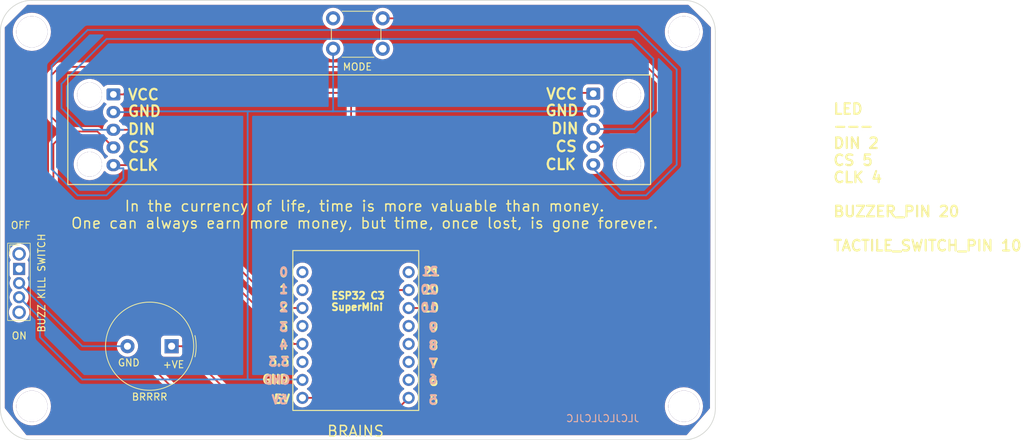
<source format=kicad_pcb>
(kicad_pcb (version 20221018) (generator pcbnew)
  (layers (0 "F.Cu" signal) (31 "B.Cu" signal) (34 "B.Paste" user) (35 "F.Paste" user) (36 "B.SilkS" user "B.Silkscreen") (37 "F.SilkS" user "F.Silkscreen") (38 "B.Mask" user) (39 "F.Mask" user) (44 "Edge.Cuts" user))
  (net 0 "")
  (footprint "Button_Switch_THT:SW_PUSH_6mm_H4.3mm" (layer "F.Cu") (at 70.485 35.56)
    (fp_text reference "MODE" (at 3.429 6.858) (layer "F.SilkS"))
    (fp_text value "SW_PUSH_6mm_H4.3mm")
    (fp_line (start -0.25 1.5) (end -0.25 3) (stroke (width 0.12)) (layer "F.SilkS"))
    (fp_line (start 1.27 5.5) (end 5.77 5.5) (stroke (width 0.12)) (layer "F.SilkS"))
    (fp_line (start 5.77 -1) (end 1.27 -1) (stroke (width 0.12)) (layer "F.SilkS"))
    (fp_line (start 6.75 3) (end 6.75 1.5) (stroke (width 0.12)) (layer "F.SilkS"))
    (pad "1" thru_hole circle (at 0 0 90) (size 2 2) (drill 1.1) (layers "*.Cu" "*.Mask"))
    (pad "1" thru_hole circle (at 7 0 90) (size 2 2) (drill 1.1) (layers "*.Cu" "*.Mask"))
    (pad "2" thru_hole circle (at 0 4.3 90) (size 2 2) (drill 1.1) (layers "*.Cu" "*.Mask"))
    (pad "2" thru_hole circle (at 7 4.3 90) (size 2 2) (drill 1.1) (layers "*.Cu" "*.Mask"))
  )
  (footprint "Connector_PinHeader_1.00mm:PinHeader_1x01_P1.00mm_Vertical" (layer "F.Cu") (at 112.202 46.372 180)
    (fp_text reference "REF**" hide)
    (fp_text value "M2.5" hide)
    (pad "1" thru_hole circle (at 0 0 180) (size 3.5 3.5) (drill 3.5) (layers "*.Cu" "*.Mask"))
  )
  (footprint "Buzzer_Beeper:Buzzer_TDK_PS1240P02BT_D12.2mm_H6.5mm_1" (layer "F.Cu") (at 47.074785 81.915 180)
    (fp_text reference "BRRRR" (at 2.5 -7.17) (layer "F.SilkS"))
    (fp_text value "Buzzer")
    (fp_arc (start -3.9 1.499999) (mid -4.073431 0) (end -3.9 -1.5) (stroke (width 0.12)) (layer "F.SilkS"))
    (fp_circle (center 2.5 0) (end 8.73 0) (stroke (width 0.12)) (fill none) (layer "F.SilkS"))
    (pad "1" thru_hole rect (at -0.6008 0 180) (size 2 2) (drill 1) (layers "*.Cu" "*.Mask"))
    (pad "2" thru_hole circle (at 5.63 0 180) (size 2 2) (drill 1) (layers "*.Cu" "*.Mask"))
  )
  (footprint "Connector_PinHeader_1.00mm:PinHeader_1x01_P1.00mm_Vertical" (layer "F.Cu") (at 27.94 92.71 180)
    (fp_text reference "REF**" hide)
    (fp_text value "M2.5" hide)
    (pad "1" thru_hole circle (at 0 2.3 180) (size 4.4 4.4) (drill 4.4) (layers "*.Cu" "*.Mask"))
  )
  (footprint "Connector_PinHeader_2.54mm:PinHeader_1x03_P2.54mm_Vertical" (layer "F.Cu") (at 26.143 70.453)
    (fp_text reference "BUZZ KILL SWITCH" (at 3.175 2.525 90) (layer "F.SilkS"))
    (fp_text value "Switch" hide)
    (fp_line (start -1.3208 -2.8448) (end 0.0092 -2.8448) (stroke (width 0.12)) (layer "F.SilkS"))
    (fp_line (start -1.3208 -1.5148) (end -1.3208 -2.8448) (stroke (width 0.12)) (layer "F.SilkS"))
    (fp_rect (start -1.6256 -3.0988) (end 1.5748 7.8232) (stroke (width 0.1)) (fill none) (layer "F.SilkS"))
    (pad " " thru_hole oval (at 0 -1.59) (size 1.9 1.9) (drill 1.2) (layers "*.Cu" "*.Mask"))
    (pad " " thru_hole oval (at 0 6.67) (size 1.9 1.9) (drill 1.2) (layers "*.Cu" "*.Mask"))
    (pad "1" thru_hole rect (at 0 0.54) (size 1.7 1.7) (drill 1) (layers "*.Cu" "*.Mask"))
    (pad "2" thru_hole oval (at 0 2.54) (size 1.7 1.7) (drill 1) (layers "*.Cu" "*.Mask"))
    (pad "3" thru_hole oval (at 0 4.54) (size 1.7 1.7) (drill 1) (layers "*.Cu" "*.Mask"))
  )
  (footprint "Connector_PinHeader_2.54mm:PinHeader_1x08_P2.54mm_Vertical" (layer "F.Cu") (at 81.153 89.217 180)
    (fp_text reference "REF**" hide)
    (fp_text value "ESP32 C3" hide)
    (pad "1" thru_hole circle (at 0 0 180) (size 1.7 1.7) (drill 1) (layers "*.Cu" "*.Mask"))
    (pad "2" thru_hole oval (at 0 2.54 180) (size 1.7 1.7) (drill 1) (layers "*.Cu" "*.Mask"))
    (pad "3" thru_hole oval (at 0 5.08 180) (size 1.7 1.7) (drill 1) (layers "*.Cu" "*.Mask"))
    (pad "4" thru_hole oval (at 0 7.62 180) (size 1.7 1.7) (drill 1) (layers "*.Cu" "*.Mask"))
    (pad "5" thru_hole oval (at 0 10.16 180) (size 1.7 1.7) (drill 1) (layers "*.Cu" "*.Mask"))
    (pad "6" thru_hole oval (at 0 12.7 180) (size 1.7 1.7) (drill 1) (layers "*.Cu" "*.Mask"))
    (pad "7" thru_hole oval (at 0 15.24 180) (size 1.7 1.7) (drill 1) (layers "*.Cu" "*.Mask"))
    (pad "8" thru_hole oval (at 0 17.78 180) (size 1.7 1.7) (drill 1) (layers "*.Cu" "*.Mask"))
  )
  (footprint "Connector_PinHeader_1.00mm:PinHeader_1x01_P1.00mm_Vertical" (layer "F.Cu") (at 120.015 92.71 180)
    (fp_text reference "REF**" hide)
    (fp_text value "M2.5" hide)
    (pad "1" thru_hole circle (at 0 2.3 180) (size 4.4 4.4) (drill 4.4) (layers "*.Cu" "*.Mask"))
  )
  (footprint "Connector_PinHeader_1.00mm:PinHeader_1x01_P1.00mm_Vertical" (layer "F.Cu") (at 120.015 37.465 180)
    (fp_text reference "REF**" hide)
    (fp_text value "M2.5" hide)
    (pad "1" thru_hole circle (at 0 0 180) (size 4.4 4.4) (drill 4.4) (layers "*.Cu" "*.Mask"))
  )
  (footprint "Connector_PinHeader_2.54mm:PinHeader_1x08_P2.54mm_Vertical" (layer "F.Cu") (at 66.153 89.217 180)
    (fp_text reference "REF**" hide)
    (fp_text value "ESP32 C3" hide)
    (pad "1" thru_hole circle (at 0 0 180) (size 1.7 1.7) (drill 1) (layers "*.Cu" "*.Mask"))
    (pad "2" thru_hole oval (at 0 2.54 180) (size 1.7 1.7) (drill 1) (layers "*.Cu" "*.Mask"))
    (pad "3" thru_hole oval (at 0 5.08 180) (size 1.7 1.7) (drill 1) (layers "*.Cu" "*.Mask"))
    (pad "4" thru_hole oval (at 0 7.62 180) (size 1.7 1.7) (drill 1) (layers "*.Cu" "*.Mask"))
    (pad "5" thru_hole oval (at 0 10.16 180) (size 1.7 1.7) (drill 1) (layers "*.Cu" "*.Mask"))
    (pad "6" thru_hole oval (at 0 12.7 180) (size 1.7 1.7) (drill 1) (layers "*.Cu" "*.Mask"))
    (pad "7" thru_hole oval (at 0 15.24 180) (size 1.7 1.7) (drill 1) (layers "*.Cu" "*.Mask"))
    (pad "8" thru_hole oval (at 0 17.78 180) (size 1.7 1.7) (drill 1) (layers "*.Cu" "*.Mask"))
  )
  (footprint "" (layer "F.Cu") (at 36.092 56.192)
    (fp_text reference "" (at 0 0) (layer "F.SilkS") (effects (font (size 1.27 1.27))))
    (fp_text value "" (at 0 0) (layer "F.SilkS") (effects (font (size 1.27 1.27))))
    (pad "1" thru_hole circle (at 0 0 180) (size 3.5 3.5) (drill 3.5) (layers "*.Cu" "*.Mask"))
  )
  (footprint "" (layer "F.Cu") (at 112.202 56.192)
    (fp_text reference "" (at 0 0) (layer "F.SilkS") (effects (font (size 1.27 1.27))))
    (fp_text value "" (at 0 0) (layer "F.SilkS") (effects (font (size 1.27 1.27))))
    (pad "1" thru_hole circle (at 0 0 180) (size 3.5 3.5) (drill 3.5) (layers "*.Cu" "*.Mask"))
  )
  (footprint "Connector_PinHeader_1.00mm:PinHeader_1x01_P1.00mm_Vertical" (layer "F.Cu") (at 36.092 46.372 180)
    (fp_text reference "REF**" hide)
    (fp_text value "M2.5" hide)
    (pad "1" thru_hole circle (at 0 0 180) (size 3.5 3.5) (drill 3.5) (layers "*.Cu" "*.Mask"))
  )
  (footprint "Connector_PinHeader_1.00mm:PinHeader_1x01_P1.00mm_Vertical" (layer "F.Cu") (at 27.94 37.465 180)
    (fp_text reference "REF**" hide)
    (fp_text value "M2.5" hide)
    (pad "1" thru_hole circle (at 0 0 180) (size 4.4 4.4) (drill 4.4) (layers "*.Cu" "*.Mask"))
  )
  (footprint "Connector_JST:JST_XH_B5B-XH-A_1x05_P2.50mm_Vertical" (layer "B.Cu") (at 107.22 46.215 -90)
    (fp_text reference "JST_XH_B5B-XH-A_1x05" hide)
    (fp_text value "JST XH B5B-XH-A" hide)
    (pad "1" thru_hole roundrect (at 0 0 270) (size 1.7 1.95) (drill 0.95) (layers "*.Cu" "*.Mask") (roundrect_rratio 0.1470588235))
    (pad "2" thru_hole oval (at 2.5 0 270) (size 1.7 1.95) (drill 0.95) (layers "*.Cu" "*.Mask"))
    (pad "3" thru_hole oval (at 5 0 270) (size 1.7 1.95) (drill 0.95) (layers "*.Cu" "*.Mask"))
    (pad "4" thru_hole oval (at 7.5 0 270) (size 1.7 1.95) (drill 0.95) (layers "*.Cu" "*.Mask"))
    (pad "5" thru_hole oval (at 10 0 270) (size 1.7 1.95) (drill 0.95) (layers "*.Cu" "*.Mask"))
  )
  (footprint "Connector_JST:JST_XH_B5B-XH-A_1x05_P2.50mm_Vertical" (layer "B.Cu") (at 39.455 46.315 -90)
    (fp_text reference "JST_XH_B5B-XH-A_1x05" hide)
    (fp_text value "JST XH B5B-XH-A" hide)
    (pad "1" thru_hole roundrect (at 0 0 270) (size 1.7 1.95) (drill 0.95) (layers "*.Cu" "*.Mask") (roundrect_rratio 0.1470588235))
    (pad "2" thru_hole oval (at 2.5 0 270) (size 1.7 1.95) (drill 0.95) (layers "*.Cu" "*.Mask"))
    (pad "3" thru_hole oval (at 5 0 270) (size 1.7 1.95) (drill 0.95) (layers "*.Cu" "*.Mask"))
    (pad "4" thru_hole oval (at 7.5 0 270) (size 1.7 1.95) (drill 0.95) (layers "*.Cu" "*.Mask"))
    (pad "5" thru_hole oval (at 10 0 270) (size 1.7 1.95) (drill 0.95) (layers "*.Cu" "*.Mask"))
  )
  (gr_poly (pts (xy 105.006455 71.021047) (xy 104.26033 74.012426) (xy 105.008373 74.184604) (xy 105.380336 74.272652) (xy 105.748875 74.362735) (xy 106.489709 71.390935) (xy 108.347615 71.853956) (xy 107.586671 74.907247) (xy 108.019211 75.063635) (xy 108.434784 75.23041) (xy 108.831318 75.408506) (xy 109.20674 75.59886) (xy 109.55898 75.802406) (xy 109.885964 76.020082) (xy 110.039338 76.13451) (xy 110.185621 76.252821) (xy 110.324555 76.375132) (xy 110.45588 76.50156) (xy 110.579337 76.632222) (xy 110.694667 76.767235) (xy 110.801612 76.906715) (xy 110.899911 77.050781) (xy 110.989307 77.199547) (xy 111.069541 77.353133) (xy 111.140352 77.511654) (xy 111.201483 77.675227) (xy 111.252675 77.84397) (xy 111.293667 78.018) (xy 111.324202 78.197432) (xy 111.34402 78.382385) (xy 111.352863 78.572975) (xy 111.35047 78.76932) (xy 111.336584 78.971535) (xy 111.310946 79.179739) (xy 111.313591 79.179209) (xy 111.288769 79.331359) (xy 111.260085 79.478583) (xy 111.227609 79.620944) (xy 111.191409 79.758502) (xy 111.151552 79.891317) (xy 111.108105 80.019451) (xy 111.061138 80.142964) (xy 111.010718 80.261917) (xy 110.956913 80.376372) (xy 110.899791 80.486388) (xy 110.839419 80.592027) (xy 110.775867 80.693349) (xy 110.7092 80.790416) (xy 110.639489 80.883289) (xy 110.5668 80.972027) (xy 110.491201 81.056693) (xy 110.41276 81.137346) (xy 110.331546 81.214048) (xy 110.247626 81.28686) (xy 110.161068 81.355841) (xy 110.07194 81.421055) (xy 109.98031 81.48256) (xy 109.886246 81.540418) (xy 109.789815 81.59469) (xy 109.590127 81.692719) (xy 109.38179 81.777133) (xy 109.165345 81.848419) (xy 108.941338 81.907064) (xy 109.244079 82.075334) (xy 109.526407 82.255208) (xy 109.787095 82.447437) (xy 110.024915 82.652775) (xy 110.23864 82.871972) (xy 110.336084 82.987003) (xy 110.427043 83.105781) (xy 110.511366 83.228399) (xy 110.588898 83.354953) (xy 110.659486 83.485535) (xy 110.722977 83.62024) (xy 110.779217 83.759162) (xy 110.828053 83.902395) (xy 110.869331 84.050032) (xy 110.902899 84.202168) (xy 110.928602 84.358897) (xy 110.946288 84.520313) (xy 110.955803 84.686509) (xy 110.956993 84.857581) (xy 110.949705 85.03362) (xy 110.933787 85.214723) (xy 110.909083 85.400982) (xy 110.875442 85.592492) (xy 110.83271 85.789346) (xy 110.780732 85.991639) (xy 110.719357 86.199465) (xy 110.64843 86.412917) (xy 110.550397 86.67392) (xy 110.44439 86.919876) (xy 110.330516 87.151112) (xy 110.208886 87.367955) (xy 110.079607 87.57073) (xy 109.942788 87.759764) (xy 109.798539 87.935384) (xy 109.646967 88.097915) (xy 109.488182 88.247684) (xy 109.322291 88.385018) (xy 109.149405 88.510242) (xy 108.969632 88.623683) (xy 108.783079 88.725668) (xy 108.589857 88.816522) (xy 108.390074 88.896572) (xy 108.183838 88.966145) (xy 107.752443 89.075162) (xy 107.296543 89.146185) (xy 106.817007 89.181825) (xy 106.314705 89.184691) (xy 105.790507 89.157394) (xy 105.245282 89.102546) (xy 104.6799 89.022756) (xy 104.095231 88.920636) (xy 103.326352 92.001975) (xy 101.468448 91.538955) (xy 102.219862 88.495719) (xy 101.488157 88.310377) (xy 101.115706 88.212795) (xy 100.738195 88.111543) (xy 99.976725 91.165893) (xy 98.120938 90.702872) (xy 98.889816 87.615714) (xy 98.234907 87.44539) (xy 97.5669 87.273873) (xy 95.149137 86.671151) (xy 95.492461 85.879518) (xy 101.349387 85.879518) (xy 101.933131 86.031376) (xy 102.693429 86.218482) (xy 103.118048 86.308797) (xy 103.560721 86.388175) (xy 104.012754 86.450036) (xy 104.46545 86.487795) (xy 104.910117 86.494871) (xy 105.126721 86.484846) (xy 105.338057 86.464682) (xy 105.543039 86.433555) (xy 105.740578 86.390643) (xy 105.929589 86.335124) (xy 106.108984 86.266174) (xy 106.277676 86.18297) (xy 106.43458 86.084691) (xy 106.578607 85.970512) (xy 106.708671 85.839612) (xy 106.823685 85.691166) (xy 106.922563 85.524354) (xy 107.004217 85.338351) (xy 107.067561 85.132335) (xy 107.110454 84.911942) (xy 107.127526 84.701731) (xy 107.120134 84.501432) (xy 107.089636 84.310773) (xy 107.03739 84.129487) (xy 106.964754 83.957301) (xy 106.873086 83.793945) (xy 106.763744 83.63915) (xy 106.638087 83.492646) (xy 106.497471 83.354161) (xy 106.343254 83.223426) (xy 106.176796 83.10017) (xy 105.999454 82.984124) (xy 105.812585 82.875017) (xy 105.415701 82.676538) (xy 104.997007 82.502573) (xy 104.567367 82.350959) (xy 104.137645 82.219535) (xy 103.718705 82.106138) (xy 102.368032 81.789588) (xy 101.349387 85.879518) (xy 95.492461 85.879518) (xy 96.071475 84.544431) (xy 96.753637 84.723091) (xy 97.218716 84.840226) (xy 97.369198 84.874774) (xy 97.409793 84.882172) (xy 97.421907 84.88151) (xy 97.454213 84.890977) (xy 97.486805 84.898794) (xy 97.519624 84.904966) (xy 97.552608 84.909499) (xy 97.585699 84.912398) (xy 97.618834 84.913667) (xy 97.651954 84.913312) (xy 97.684998 84.911338) (xy 97.717906 84.90775) (xy 97.750618 84.902553) (xy 97.783072 84.895752) (xy 97.81521 84.887352) (xy 97.846969 84.877359) (xy 97.878291 84.865777) (xy 97.909113 84.852612) (xy 97.939377 84.837868) (xy 97.96887 84.821638) (xy 97.997396 84.804041) (xy 98.024915 84.785124) (xy 98.051389 84.764933) (xy 98.076778 84.743515) (xy 98.101044 84.720915) (xy 98.124148 84.697182) (xy 98.14605 84.67236) (xy 98.166711 84.646496) (xy 98.186094 84.619637) (xy 98.204157 84.59183) (xy 98.220864 84.56312) (xy 98.236174 84.533554) (xy 98.250049 84.503179) (xy 98.26245 84.472041) (xy 98.273337 84.440186) (xy 99.404033 79.917398) (xy 102.836343 79.917398) (xy 103.322482 80.0454) (xy 103.95606 80.202337) (xy 104.310218 80.277118) (xy 104.679729 80.341688) (xy 105.057426 80.39023) (xy 105.436139 80.416931) (xy 105.623637 80.420273) (xy 105.808702 80.415974) (xy 105.990436 80.403307) (xy 106.167944 80.381545) (xy 106.340329 80.349961) (xy 106.506697 80.307828) (xy 106.66615 80.25442) (xy 106.817793 80.189009) (xy 106.96073 80.110868) (xy 107.094064 80.019271) (xy 107.216899 79.913491) (xy 107.32834 79.792801) (xy 107.42749 79.656474) (xy 107.513453 79.503783) (xy 107.585334 79.334001) (xy 107.642235 79.146402) (xy 107.682173 78.946107) (xy 107.700255 78.75551) (xy 107.697628 78.574342) (xy 107.675437 78.402332) (xy 107.634828 78.23921) (xy 107.576945 78.084707) (xy 107.502934 77.938552) (xy 107.413941 77.800474) (xy 107.311111 77.670205) (xy 107.195589 77.547474) (xy 107.06852 77.432011) (xy 106.931051 77.323545) (xy 106.784326 77.221808) (xy 106.62949 77.126528) (xy 106.30007 76.954262) (xy 105.951953 76.804588) (xy 105.594303 76.675343) (xy 105.236282 76.564369) (xy 104.887054 76.469505) (xy 103.761326 76.207939) (xy 102.836343 79.917398) (xy 99.404033 79.917398) (xy 99.49042 79.571852) (xy 99.68674 79.620535) (xy 99.663061 79.611408) (xy 99.639239 79.602674) (xy 99.61528 79.594335) (xy 99.591188 79.586393) (xy 99.566969 79.578849) (xy 99.542627 79.571705) (xy 99.518167 79.564962) (xy 99.493595 79.558622) (xy 100.360369 76.081469) (xy 100.364155 76.031402) (xy 100.365422 75.981727) (xy 100.364223 75.932508) (xy 100.36061 75.883812) (xy 100.354637 75.835705) (xy 100.346357 75.788253) (xy 100.335823 75.741522) (xy 100.323087 75.695578) (xy 100.308202 75.650488) (xy 100.291222 75.606317) (xy 100.2722 75.563131) (xy 100.251187 75.520997) (xy 100.228238 75.479981) (xy 100.203406 75.440148) (xy 100.176742 75.401565) (xy 100.148301 75.364298) (xy 100.118135 75.328413) (xy 100.086296 75.293976) (xy 100.052839 75.261053) (xy 100.017816 75.22971) (xy 99.981279 75.200014) (xy 99.943283 75.17203) (xy 99.903879 75.145824) (xy 99.86312 75.121463) (xy 99.821061 75.099013) (xy 99.777753 75.07854) (xy 99.733249 75.060109) (xy 99.687604 75.043787) (xy 99.640868 75.02964) (xy 99.593096 75.017734) (xy 99.54434 75.008136) (xy 99.494654 75.00091) (xy 99.48386 74.994178) (xy 99.444269 74.981329) (xy 99.294976 74.940899) (xy 98.829889 74.826417) (xy 98.145279 74.665418) (xy 98.639521 72.681043) (xy 101.201746 73.320806) (xy 101.201746 73.33033) (xy 101.492788 73.401363) (xy 101.787798 73.471155) (xy 102.388138 73.609202) (xy 103.149609 70.558026)) (fill solid) (layer "F.Cu"))
  (gr_rect (start 64.797 68.389) (end 82.577 90.995) (stroke (width 0.15)) (fill none) (layer "F.SilkS"))
  (gr_rect (start 33.02 43.561) (end 115.316 59.055) (stroke (width 0.15)) (fill none) (layer "F.SilkS"))
  (gr_line (start 23.495 37.465) (end 23.495 90.71) (stroke (width 0.1)) (layer "Edge.Cuts"))
  (gr_line (start 27.94 95.155) (end 120.015 95.155) (stroke (width 0.1)) (layer "Edge.Cuts"))
  (gr_arc (start 27.94 95.155) (mid 24.79691 93.85309) (end 23.495 90.71) (stroke (width 0.1)) (layer "Edge.Cuts"))
  (gr_line (start 120.015 33.02) (end 27.94 33.02) (stroke (width 0.1)) (layer "Edge.Cuts"))
  (gr_arc (start 124.46 90.71) (mid 123.15809 93.85309) (end 120.015 95.155) (stroke (width 0.1)) (layer "Edge.Cuts"))
  (gr_line (start 124.46 90.71) (end 124.46 37.465) (stroke (width 0.1)) (layer "Edge.Cuts"))
  (gr_arc (start 120.015 33.02) (mid 123.15809 34.32191) (end 124.46 37.465) (stroke (width 0.1)) (layer "Edge.Cuts"))
  (gr_arc (start 23.495 37.465) (mid 24.79691 34.32191) (end 27.94 33.02) (stroke (width 0.1)) (layer "Edge.Cuts"))
  (gr_text "0" (at 62.738 70.602 180) (layer "B.SilkS") (effects (font (size 1.2 1.2) (thickness 0.3) bold) (justify left bottom mirror)))
  (gr_text "1" (at 64.262 74.612) (layer "B.SilkS") (effects (font (size 1.2 1.2) (thickness 0.3) bold) (justify left bottom mirror)))
  (gr_text "JLCJLCJLCJLC" (at 113.792 92.71) (layer "B.SilkS") (effects (font (size 1 1)) (justify left bottom mirror)))
  (gr_text "21" (at 85.497 72.045) (layer "B.SilkS") (effects (font (size 1.2 1.2) (thickness 0.3) bold) (justify left bottom mirror)))
  (gr_text "5V" (at 64.215142 90.179) (layer "B.SilkS") (effects (font (size 1.2 1.2) (thickness 0.3) bold) (justify left bottom mirror)))
  (gr_text "7" (at 85.344 85.026) (layer "B.SilkS") (effects (font (size 1.2 1.2) (thickness 0.3) bold) (justify left bottom mirror)))
  (gr_text "4" (at 64.262 82.486) (layer "B.SilkS") (effects (font (size 1.2 1.2) (thickness 0.3) bold) (justify left bottom mirror)))
  (gr_text "10" (at 85.344 77.152) (layer "B.SilkS") (effects (font (size 1.2 1.2) (thickness 0.3) bold) (justify left bottom mirror)))
  (gr_text "20\n" (at 85.344 74.612) (layer "B.SilkS") (effects (font (size 1.2 1.2) (thickness 0.3) bold) (justify left bottom mirror)))
  (gr_text "6" (at 85.344 87.312) (layer "B.SilkS") (effects (font (size 1.2 1.2) (thickness 0.3) bold) (justify left bottom mirror)))
  (gr_text "3.3" (at 64.469142 84.845) (layer "B.SilkS") (effects (font (size 1.2 1.2) (thickness 0.3) bold) (justify left bottom mirror)))
  (gr_text "3" (at 64.262 79.946) (layer "B.SilkS") (effects (font (size 1.2 1.2) (thickness 0.3) bold) (justify left bottom mirror)))
  (gr_text "2" (at 64.262 77.152) (layer "B.SilkS") (effects (font (size 1.2 1.2) (thickness 0.3) bold) (justify left bottom mirror)))
  (gr_text "8" (at 85.344 82.486) (layer "B.SilkS") (effects (font (size 1.2 1.2) (thickness 0.3) bold) (justify left bottom mirror)))
  (gr_text "5" (at 85.344 90.206) (layer "B.SilkS") (effects (font (size 1.2 1.2) (thickness 0.3) bold) (justify left bottom mirror)))
  (gr_text "GND" (at 64.596142 87.385) (layer "B.SilkS") (effects (font (size 1.2 1.2) (thickness 0.3) bold) (justify left bottom mirror)))
  (gr_text "9" (at 85.344 79.946) (layer "B.SilkS") (effects (font (size 1.2 1.2) (thickness 0.3) bold) (justify left bottom mirror)))
  (gr_text "4" (at 62.738 82.413) (layer "F.SilkS") (effects (font (size 1.2 1.2) (thickness 0.3) bold) (justify left bottom)))
  (gr_text "5" (at 83.937 90.233) (layer "F.SilkS") (effects (font (size 1.2 1.2) (thickness 0.3) bold) (justify left bottom)))
  (gr_text "21" (at 83.058 72.072) (layer "F.SilkS") (effects (font (size 1.2 1.2) (thickness 0.3) bold) (justify left bottom)))
  (gr_text "DIN" (at 41.36 52.11) (layer "F.SilkS") (effects (font (size 1.5 1.5) (thickness 0.3) bold) (justify left bottom)))
  (gr_text "6" (at 83.937 87.566) (layer "F.SilkS") (effects (font (size 1.2 1.2) (thickness 0.3) bold) (justify left bottom)))
  (gr_text "0" (at 64.262 70.675 180) (layer "F.SilkS") (effects (font (size 1.2 1.2) (thickness 0.3) bold) (justify left bottom)))
  (gr_text "GND" (at 100.315 49.47) (layer "F.SilkS") (effects (font (size 1.5 1.5) (thickness 0.3) bold) (justify left bottom)))
  (gr_text "9" (at 83.937 79.973) (layer "F.SilkS") (effects (font (size 1.2 1.2) (thickness 0.3) bold) (justify left bottom)))
  (gr_text "CS" (at 41.36 54.65) (layer "F.SilkS") (effects (font (size 1.5 1.5) (thickness 0.3) bold) (justify left bottom)))
  (gr_text "5V" (at 61.976 90.106) (layer "F.SilkS") (effects (font (size 1.2 1.2) (thickness 0.3) bold) (justify left bottom)))
  (gr_text "GND" (at 40.005 84.836) (layer "F.SilkS") (effects (font (size 1 1)) (justify left bottom)))
  (gr_text "+VE" (at 46.355 85.09) (layer "F.SilkS") (effects (font (size 1 1)) (justify left bottom)))
  (gr_text "8" (at 83.937 82.513) (layer "F.SilkS") (effects (font (size 1.2 1.2) (thickness 0.3) bold) (justify left bottom)))
  (gr_text "ESP32 C3\nSuperMini" (at 70.104 76.962) (layer "F.SilkS") (effects (font (size 1 1) (thickness 0.25) bold) (justify left bottom)))
  (gr_text "10" (at 82.905 77.179) (layer "F.SilkS") (effects (font (size 1.2 1.2) (thickness 0.3) bold) (justify left bottom)))
  (gr_text "In the currency of life, time is more valuable than money.\nOne can always earn more money, but time, once lost, is gone forever." (at 74.93 65.405) (layer "F.SilkS") (effects (font (size 1.5 1.5) (thickness 0.2)) (justify bottom)))
  (gr_text "CLK" (at 100.315 57.09) (layer "F.SilkS") (effects (font (size 1.5 1.5) (thickness 0.3) bold) (justify left bottom)))
  (gr_text "LED\n---\nDIN 2\nCS 5\nCLK 4 \n\nBUZZER_PIN 20\n\nTACTILE_SWITCH_PIN 10" (at 140.97 68.58) (layer "F.SilkS") (effects (font (size 1.5 1.5) (thickness 0.3) bold) (justify left bottom)))
  (gr_text "7" (at 83.937 85.053) (layer "F.SilkS") (effects (font (size 1.2 1.2) (thickness 0.3) bold) (justify left bottom)))
  (gr_text "VCC" (at 100.415 47.13) (layer "F.SilkS") (effects (font (size 1.5 1.5) (thickness 0.3) bold) (justify left bottom)))
  (gr_text "CLK" (at 41.36 57.19) (layer "F.SilkS") (effects (font (size 1.5 1.5) (thickness 0.3) bold) (justify left bottom)))
  (gr_text "2" (at 62.738 77.079) (layer "F.SilkS") (effects (font (size 1.2 1.2) (thickness 0.3) bold) (justify left bottom)))
  (gr_text "3.3" (at 61.214 84.772) (layer "F.SilkS") (effects (font (size 1.2 1.2) (thickness 0.3) bold) (justify left bottom)))
  (gr_text "BRAINS" (at 73.66 94.805) (layer "F.SilkS") (effects (font (size 1.5 1.5) (thickness 0.2)) (justify bottom)))
  (gr_text "DIN" (at 101.127 52.01) (layer "F.SilkS") (effects (font (size 1.5 1.5) (thickness 0.3) bold) (justify left bottom)))
  (gr_text "CS" (at 101.735 54.55) (layer "F.SilkS") (effects (font (size 1.5 1.5) (thickness 0.3) bold) (justify left bottom)))
  (gr_text "GND" (at 41.36 49.57) (layer "F.SilkS") (effects (font (size 1.5 1.5) (thickness 0.3) bold) (justify left bottom)))
  (gr_text "3" (at 62.738 79.873) (layer "F.SilkS") (effects (font (size 1.2 1.2) (thickness 0.3) bold) (justify left bottom)))
  (gr_text "1" (at 62.738 74.539) (layer "F.SilkS") (effects (font (size 1.2 1.2) (thickness 0.3) bold) (justify left bottom)))
  (gr_text "20\n" (at 82.905 74.639) (layer "F.SilkS") (effects (font (size 1.2 1.2) (thickness 0.3) bold) (justify left bottom)))
  (gr_text "GND" (at 60.325 87.312) (layer "F.SilkS") (effects (font (size 1.2 1.2) (thickness 0.3) bold) (justify left bottom)))
  (gr_text "OFF" (at 24.892 65.405) (layer "F.SilkS") (effects (font (size 1 1)) (justify left bottom)))
  (gr_text "ON" (at 25.019 81.026) (layer "F.SilkS") (effects (font (size 1 1)) (justify left bottom)))
  (gr_text "VCC" (at 41.36 47.23) (layer "F.SilkS") (effects (font (size 1.5 1.5) (thickness 0.3) bold) (justify left bottom)))
  (segment (start 43.996 56.315) (end 39.455 56.315) (width 0.25) (layer "F.Cu") (net 0))
  (segment (start 107.696 69.596) (end 106.172 68.072) (width 0.25) (layer "F.Cu") (net 0))
  (segment (start 121.412 66.802) (end 120.396 67.818) (width 0.25) (layer "F.Cu") (net 0))
  (segment (start 84.074 76.454) (end 84.011 76.517) (width 0.25) (layer "F.Cu") (net 0))
  (segment (start 114.808 71.374) (end 114.808 70.993) (width 0.25) (layer "F.Cu") (net 0))
  (segment (start 96.774 68.072) (end 93.599 71.247) (width 0.25) (layer "F.Cu") (net 0))
  (segment (start 66.153 76.517) (end 62.801 76.517) (width 0.25) (layer "F.Cu") (net 0))
  (segment (start 122.682 76.962) (end 122.428 77.216) (width 0.25) (layer "F.Cu") (net 0))
  (segment (start 106.553 70.485) (end 109.22 70.485) (width 0.25) (layer "F.Cu") (net 0))
  (segment (start 110.236 73.914) (end 112.903 76.581) (width 0.25) (layer "F.Cu") (net 0))
  (segment (start 104.521 93.472) (end 98.806 93.472) (width 0.25) (layer "F.Cu") (net 0))
  (segment (start 115.951 68.453) (end 118.618 68.453) (width 0.25) (layer "F.Cu") (net 0))
  (segment (start 118.745 66.675) (end 116.459 66.675) (width 0.25) (layer "F.Cu") (net 0))
  (segment (start 49.149 81.915) (end 58.674 91.44) (width 0.25) (layer "F.Cu") (net 0))
  (segment (start 114.935 90.678) (end 114.046 89.789) (width 0.25) (layer "F.Cu") (net 0))
  (segment (start 117.348 74.803) (end 115.189 76.962) (width 0.25) (layer "F.Cu") (net 0))
  (segment (start 118.872 63.246) (end 119.888 63.246) (width 0.25) (layer "F.Cu") (net 0))
  (segment (start 58.674 91.44) (end 71.628 91.44) (width 0.25) (layer "F.Cu") (net 0))
  (segment (start 49.149 81.915) (end 48.085585 81.915) (width 0.25) (layer "F.Cu") (net 0))
  (segment (start 114.046 72.898) (end 110.744 69.596) (width 0.25) (layer "F.Cu") (net 0))
  (segment (start 113.792 35.56) (end 77.485 35.56) (width 0.25) (layer "F.Cu") (net 0))
  (segment (start 106.553 90.678) (end 104.521 92.71) (width 0.25) (layer "F.Cu") (net 0))
  (segment (start 71.628 91.44) (end 77.597 85.471) (width 0.25) (layer "F.Cu") (net 0))
  (segment (start 115.189 88.392) (end 119.253 84.328) (width 0.25) (layer "F.Cu") (net 0))
  (segment (start 98.806 93.472) (end 97.028 91.694) (width 0.25) (layer "F.Cu") (net 0))
  (segment (start 95.504 73.66) (end 95.504 73.787) (width 0.25) (layer "F.Cu") (net 0))
  (segment (start 84.011 76.517) (end 81.153 76.517) (width 0.25) (layer "F.Cu") (net 0))
  (segment (start 115.824 78.867) (end 115.824 80.264) (width 0.25) (layer "F.Cu") (net 0))
  (segment (start 115.824 89.154) (end 115.824 90.424) (width 0.25) (layer "F.Cu") (net 0))
  (segment (start 120.396 67.818) (end 119.888 67.818) (width 0.25) (layer "F.Cu") (net 0))
  (segment (start 118.364 79.375) (end 119.253 80.264) (width 0.25) (layer "F.Cu") (net 0))
  (segment (start 118.364 77.724) (end 118.364 79.375) (width 0.25) (layer "F.Cu") (net 0))
  (segment (start 99.822 69.469) (end 105.537 69.469) (width 0.25) (layer "F.Cu") (net 0))
  (segment (start 113.03 69.977) (end 114.427 71.374) (width 0.25) (layer "F.Cu") (net 0))
  (segment (start 96.139 89.789) (end 93.726 87.376) (width 0.25) (layer "F.Cu") (net 0))
  (segment (start 98.425 79.502) (end 98.425 78.613) (width 0.25) (layer "F.Cu") (net 0))
  (segment (start 93.599 71.247) (end 93.599 71.755) (width 0.25) (layer "F.Cu") (net 0))
  (segment (start 95.504 73.787) (end 99.822 69.469) (width 0.25) (layer "F.Cu") (net 0))
  (segment (start 73.025 46.101) (end 41.079 46.101) (width 0.25) (layer "F.Cu") (net 0))
  (segment (start 121.158 72.009) (end 118.11 72.009) (width 0.25) (layer "F.Cu") (net 0))
  (segment (start 31.877 42.418) (end 114.808 42.418) (width 0.25) (layer "F.Cu") (net 0))
  (segment (start 93.599 71.755) (end 95.504 73.66) (width 0.25) (layer "F.Cu") (net 0))
  (segment (start 109.601 70.866) (end 109.601 73.914) (width 0.25) (layer "F.Cu") (net 0))
  (segment (start 120.65 42.418) (end 113.792 35.56) (width 0.25) (layer "F.Cu") (net 0))
  (segment (start 44.196 56.515) (end 43.996 56.315) (width 0.25) (layer "F.Cu") (net 0))
  (segment (start 119.507 74.168) (end 119.507 75.946) (width 0.25) (layer "F.Cu") (net 0))
  (segment (start 121.539 72.39) (end 121.158 72.009) (width 0.25) (layer "F.Cu") (net 0))
  (segment (start 93.726 87.376) (end 93.726 85.471) (width 0.25) (layer "F.Cu") (net 0))
  (segment (start 120.396 70.231) (end 122.047 70.231) (width 0.25) (layer "F.Cu") (net 0))
  (segment (start 119.253 84.328) (end 120.65 84.328) (width 0.25) (layer "F.Cu") (net 0))
  (segment (start 115.189 84.328) (end 115.189 88.392) (width 0.25) (layer "F.Cu") (net 0))
  (segment (start 118.999 76.454) (end 117.348 74.803) (width 0.25) (layer "F.Cu") (net 0))
  (segment (start 120.65 84.328) (end 120.65 75.057) (width 0.25) (layer "F.Cu") (net 0))
  (segment (start 93.726 85.471) (end 97.409 81.788) (width 0.25) (layer "F.Cu") (net 0))
  (segment (start 32.766 51.562) (end 30.988 53.34) (width 0.25) (layer "F.Cu") (net 0))
  (segment (start 32.766 51.562) (end 37.202 51.562) (width 0.25) (layer "F.Cu") (net 0))
  (segment (start 118.872 61.468) (end 118.872 63.246) (width 0.25) (layer "F.Cu") (net 0))
  (segment (start 77.787 92.583) (end 81.153 89.217) (width 0.25) (layer "F.Cu") (net 0))
  (segment (start 73.025 46.101) (end 73.025 86.868) (width 0.25) (layer "F.Cu") (net 0))
  (segment (start 52.07 53.086) (end 50.299 51.315) (width 0.25) (layer "F.Cu") (net 0))
  (segment (start 118.11 72.009) (end 114.935 68.834) (width 0.25) (layer "F.Cu") (net 0))
  (segment (start 120.65 59.69) (end 120.65 42.418) (width 0.25) (layer "F.Cu") (net 0))
  (segment (start 115.062 70.739) (end 117.094 72.771) (width 0.25) (layer "F.Cu") (net 0))
  (segment (start 119.253 80.264) (end 115.189 84.328) (width 0.25) (layer "F.Cu") (net 0))
  (segment (start 112.395 83.058) (end 112.522 83.058) (width 0.25) (layer "F.Cu") (net 0))
  (segment (start 110.744 69.596) (end 107.696 69.596) (width 0.25) (layer "F.Cu") (net 0))
  (segment (start 120.396 86.106) (end 118.872 86.106) (width 0.25) (layer "F.Cu") (net 0))
  (segment (start 44.323 84.328) (end 52.578 92.583) (width 0.25) (layer "F.Cu") (net 0))
  (segment (start 105.537 69.469) (end 106.553 70.485) (width 0.25) (layer "F.Cu") (net 0))
  (segment (start 122.428 77.216) (end 122.428 84.074) (width 0.25) (layer "F.Cu") (net 0))
  (segment (start 52.07 65.786) (end 52.07 53.086) (width 0.25) (layer "F.Cu") (net 0))
  (segment (start 121.412 64.77) (end 121.412 66.802) (width 0.25) (layer "F.Cu") (net 0))
  (segment (start 112.903 80.518) (end 111.379 82.042) (width 0.25) (layer "F.Cu") (net 0))
  (segment (start 115.824 80.264) (end 118.364 77.724) (width 0.25) (layer "F.Cu") (net 0))
  (segment (start 30.734 43.561) (end 31.877 42.418) (width 0.25) (layer "F.Cu") (net 0))
  (segment (start 118.618 68.453) (end 120.396 70.231) (width 0.25) (layer "F.Cu") (net 0))
  (segment (start 112.903 76.581) (end 112.903 80.518) (width 0.25) (layer "F.Cu") (net 0))
  (segment (start 118.11 72.771) (end 119.507 74.168) (width 0.25) (layer "F.Cu") (net 0))
  (segment (start 107.106 46.101) (end 73.025 46.101) (width 0.25) (layer "F.Cu") (net 0))
  (segment (start 98.425 78.613) (end 96.266 76.454) (width 0.25) (layer "F.Cu") (net 0))
  (segment (start 109.601 73.914) (end 110.236 73.914) (width 0.25) (layer "F.Cu") (net 0))
  (segment (start 117.094 72.771) (end 118.11 72.771) (width 0.25) (layer "F.Cu") (net 0))
  (segment (start 78.804 73.977) (end 81.153 73.977) (width 0.25) (layer "F.Cu") (net 0))
  (segment (start 118.872 61.468) (end 120.65 59.69) (width 0.25) (layer "F.Cu") (net 0))
  (segment (start 114.808 42.418) (end 116.84 44.45) (width 0.25) (layer "F.Cu") (net 0))
  (segment (start 116.84 50.292) (end 114.681 52.451) (width 0.25) (layer "F.Cu") (net 0))
  (segment (start 115.189 90.424) (end 114.935 90.678) (width 0.25) (layer "F.Cu") (net 0))
  (segment (start 112.522 87.884) (end 109.728 90.678) (width 0.25) (layer "F.Cu") (net 0))
  (segment (start 41.079 46.101) (end 40.865 46.315) (width 0.25) (layer "F.Cu") (net 0))
  (segment (start 64.96 81.597) (end 44.196 60.833) (width 0.25) (layer "F.Cu") (net 0))
  (segment (start 66.153 81.597) (end 64.96 81.597) (width 0.25) (layer "F.Cu") (net 0))
  (segment (start 115.189 78.232) (end 115.824 78.867) (width 0.25) (layer "F.Cu") (net 0))
  (segment (start 97.028 91.694) (end 97.028 89.789) (width 0.25) (layer "F.Cu") (net 0))
  (segment (start 115.824 90.424) (end 115.189 90.424) (width 0.25) (layer "F.Cu") (net 0))
  (segment (start 121.92 76.2) (end 122.682 76.962) (width 0.25) (layer "F.Cu") (net 0))
  (segment (start 114.173 68.834) (end 113.03 69.977) (width 0.25) (layer "F.Cu") (net 0))
  (segment (start 97.409 80.518) (end 98.425 79.502) (width 0.25) (layer "F.Cu") (net 0))
  (segment (start 114.427 71.374) (end 114.808 71.374) (width 0.25) (layer "F.Cu") (net 0))
  (segment (start 70.676 89.217) (end 66.153 89.217) (width 0.25) (layer "F.Cu") (net 0))
  (segment (start 109.728 52.451) (end 108.464 53.715) (width 0.25) (layer "F.Cu") (net 0))
  (segment (start 111.379 82.042) (end 112.395 83.058) (width 0.25) (layer "F.Cu") (net 0))
  (segment (start 119.888 63.246) (end 121.412 64.77) (width 0.25) (layer "F.Cu") (net 0))
  (segment (start 106.172 68.072) (end 96.774 68.072) (width 0.25) (layer "F.Cu") (net 0))
  (segment (start 122.428 84.074) (end 120.396 86.106) (width 0.25) (layer "F.Cu") (net 0))
  (segment (start 119.888 67.818) (end 118.745 66.675) (width 0.25) (layer "F.Cu") (net 0))
  (segment (start 44.323 79.375) (end 44.323 84.328) (width 0.25) (layer "F.Cu") (net 0))
  (segment (start 114.935 68.834) (end 114.173 68.834) (width 0.25) (layer "F.Cu") (net 0))
  (segment (start 119.507 75.946) (end 118.999 76.454) (width 0.25) (layer "F.Cu") (net 0))
  (segment (start 120.904 75.057) (end 121.92 75.057) (width 0.25) (layer "F.Cu") (net 0))
  (segment (start 97.028 89.789) (end 96.139 89.789) (width 0.25) (layer "F.Cu") (net 0))
  (segment (start 115.189 76.962) (end 115.189 78.232) (width 0.25) (layer "F.Cu") (net 0))
  (segment (start 108.464 53.715) (end 107.22 53.715) (width 0.25) (layer "F.Cu") (net 0))
  (segment (start 77.597 75.184) (end 78.804 73.977) (width 0.25) (layer "F.Cu") (net 0))
  (segment (start 96.266 76.454) (end 84.074 76.454) (width 0.25) (layer "F.Cu") (net 0))
  (segment (start 40.865 46.315) (end 39.455 46.315) (width 0.25) (layer "F.Cu") (net 0))
  (segment (start 114.808 70.993) (end 115.062 70.739) (width 0.25) (layer "F.Cu") (net 0))
  (segment (start 114.681 52.451) (end 109.728 52.451) (width 0.25) (layer "F.Cu") (net 0))
  (segment (start 104.521 92.71) (end 104.521 93.472) (width 0.25) (layer "F.Cu") (net 0))
  (segment (start 37.202 51.562) (end 39.455 53.815) (width 0.25) (layer "F.Cu") (net 0))
  (segment (start 115.316 67.818) (end 115.951 68.453) (width 0.25) (layer "F.Cu") (net 0))
  (segment (start 107.22 46.215) (end 107.106 46.101) (width 0.25) (layer "F.Cu") (net 0))
  (segment (start 30.734 49.53) (end 30.734 43.561) (width 0.25) (layer "F.Cu") (net 0))
  (segment (start 109.728 90.678) (end 106.553 90.678) (width 0.25) (layer "F.Cu") (net 0))
  (segment (start 118.872 86.106) (end 115.824 89.154) (width 0.25) (layer "F.Cu") (net 0))
  (segment (start 121.92 75.057) (end 121.92 76.2) (width 0.25) (layer "F.Cu") (net 0))
  (segment (start 112.522 83.058) (end 112.522 87.884) (width 0.25) (layer "F.Cu") (net 0))
  (segment (start 73.025 86.868) (end 70.676 89.217) (width 0.25) (layer "F.Cu") (net 0))
  (segment (start 116.459 66.675) (end 115.316 67.818) (width 0.25) (layer "F.Cu") (net 0))
  (segment (start 44.196 60.833) (end 44.196 56.515) (width 0.25) (layer "F.Cu") (net 0))
  (segment (start 30.988 53.34) (end 30.988 66.04) (width 0.25) (layer "F.Cu") (net 0))
  (segment (start 120.777 74.93) (end 120.904 75.057) (width 0.25) (layer "F.Cu") (net 0))
  (segment (start 30.988 66.04) (end 44.323 79.375) (width 0.25) (layer "F.Cu") (net 0))
  (segment (start 122.047 70.231) (end 122.047 71.882) (width 0.25) (layer "F.Cu") (net 0))
  (segment (start 114.046 89.789) (end 114.046 72.898) (width 0.25) (layer "F.Cu") (net 0))
  (segment (start 62.801 76.517) (end 52.07 65.786) (width 0.25) (layer "F.Cu") (net 0))
  (segment (start 77.597 85.471) (end 77.597 75.184) (width 0.25) (layer "F.Cu") (net 0))
  (segment (start 50.299 51.315) (end 39.455 51.315) (width 0.25) (layer "F.Cu") (net 0))
  (segment (start 116.84 44.45) (end 116.84 50.292) (width 0.25) (layer "F.Cu") (net 0))
  (segment (start 122.047 71.882) (end 121.539 72.39) (width 0.25) (layer "F.Cu") (net 0))
  (segment (start 97.409 81.788) (end 97.409 80.518) (width 0.25) (layer "F.Cu") (net 0))
  (segment (start 52.578 92.583) (end 77.787 92.583) (width 0.25) (layer "F.Cu") (net 0))
  (segment (start 109.22 70.485) (end 109.601 70.866) (width 0.25) (layer "F.Cu") (net 0))
  (segment (start 32.766 51.562) (end 30.734 49.53) (width 0.25) (layer "F.Cu") (net 0))
  (segment (start 120.65 75.057) (end 120.777 74.93) (width 0.25) (layer "F.Cu") (net 0))
  (segment (start 41.0718 81.9912) (end 40.9448 81.9912) (width 0.25) (layer "B.Cu") (net 0))
  (segment (start 38.481 38.481) (end 112.903 38.481) (width 0.25) (layer "B.Cu") (net 0))
  (segment (start 32.131 48.26) (end 32.131 44.831) (width 0.25) (layer "B.Cu") (net 0))
  (segment (start 30.734 56.896) (end 30.734 42.291) (width 0.25) (layer "B.Cu") (net 0))
  (segment (start 70.485 48.588) (end 70.485 39.86) (width 0.25) (layer "B.Cu") (net 0))
  (segment (start 115.697 41.275) (end 115.697 48.514) (width 0.25) (layer "B.Cu") (net 0))
  (segment (start 107.22 56.801) (end 107.22 56.215) (width 0.25) (layer "B.Cu") (net 0))
  (segment (start 58.547 86.614) (end 35.052 86.614) (width 0.25) (layer "B.Cu") (net 0))
  (segment (start 35.052 86.614) (end 29.083 80.645) (width 0.25) (layer "B.Cu") (net 0))
  (segment (start 35.814 37.211) (end 113.411 37.211) (width 0.25) (layer "B.Cu") (net 0))
  (segment (start 34.417 60.579) (end 30.734 56.896) (width 0.25) (layer "B.Cu") (net 0))
  (segment (start 35.186 51.315) (end 32.131 48.26) (width 0.25) (layer "B.Cu") (net 0))
  (segment (start 40.865 56.769) (end 39.909 56.769) (width 0.25) (layer "B.Cu") (net 0))
  (segment (start 29.083 80.645) (end 29.083 77.851) (width 0.25) (layer "B.Cu") (net 0))
  (segment (start 40.865 58.195) (end 38.481 60.579) (width 0.25) (layer "B.Cu") (net 0))
  (segment (start 38.481 60.579) (end 34.417 60.579) (width 0.25) (layer "B.Cu") (net 0))
  (segment (start 58.4178 48.715) (end 58.4178 86.4848) (width 0.25) (layer "B.Cu") (net 0))
  (segment (start 65.278 86.614) (end 58.547 86.614) (width 0.25) (layer "B.Cu") (net 0))
  (segment (start 107.22 48.715) (end 70.485 48.715) (width 0.25) (layer "B.Cu") (net 0))
  (segment (start 30.734 42.291) (end 35.814 37.211) (width 0.25) (layer "B.Cu") (net 0))
  (segment (start 115.697 48.514) (end 112.996 51.215) (width 0.25) (layer "B.Cu") (net 0))
  (segment (start 112.903 38.481) (end 115.697 41.275) (width 0.25) (layer "B.Cu") (net 0))
  (segment (start 42.074785 81.915) (end 41.021 81.915) (width 0) (layer "B.Cu") (net 0))
  (segment (start 70.5358 48.6642) (end 70.485 48.715) (width 0.25) (layer "B.Cu") (net 0))
  (segment (start 58.547 48.715) (end 58.4178 48.715) (width 0.25) (layer "B.Cu") (net 0))
  (segment (start 35.065 81.915) (end 26.143 72.993) (width 0.25) (layer "B.Cu") (net 0))
  (segment (start 41.085585 81.915) (end 35.065 81.915) (width 0.25) (layer "B.Cu") (net 0))
  (segment (start 118.999 42.799) (end 118.999 56.261) (width 0.25) (layer "B.Cu") (net 0))
  (segment (start 58.547 48.715) (end 42.01 48.715) (width 0.25) (layer "B.Cu") (net 0))
  (segment (start 118.999 56.261) (end 114.681 60.579) (width 0.25) (layer "B.Cu") (net 0))
  (segment (start 35.186 51.315) (end 39.455 51.315) (width 0.25) (layer "B.Cu") (net 0))
  (segment (start 29.001 77.851) (end 26.143 74.993) (width 0.25) (layer "B.Cu") (net 0))
  (segment (start 114.681 60.579) (end 110.998 60.579) (width 0.25) (layer "B.Cu") (net 0))
  (segment (start 70.485 48.715) (end 70.358 48.715) (width 0.25) (layer "B.Cu") (net 0))
  (segment (start 32.131 44.831) (end 38.481 38.481) (width 0.25) (layer "B.Cu") (net 0))
  (segment (start 38.869 51.315) (end 40.865 51.315) (width 0.25) (layer "B.Cu") (net 0))
  (segment (start 42.01 48.715) (end 41.91 48.815) (width 0.25) (layer "B.Cu") (net 0))
  (segment (start 110.998 60.579) (end 107.22 56.801) (width 0.25) (layer "B.Cu") (net 0))
  (segment (start 40.865 56.769) (end 40.865 58.195) (width 0.25) (layer "B.Cu") (net 0))
  (segment (start 112.996 51.215) (end 107.22 51.215) (width 0.25) (layer "B.Cu") (net 0))
  (segment (start 58.4178 86.4848) (end 58.547 86.614) (width 0.25) (layer "B.Cu") (net 0))
  (segment (start 41.91 48.815) (end 39.455 48.815) (width 0.25) (layer "B.Cu") (net 0))
  (segment (start 70.358 48.715) (end 70.485 48.588) (width 0.25) (layer "B.Cu") (net 0))
  (segment (start 113.411 37.211) (end 118.999 42.799) (width 0.25) (layer "B.Cu") (net 0))
  (segment (start 70.358 48.715) (end 58.547 48.715) (width 0.25) (layer "B.Cu") (net 0))
  (segment (start 29.083 77.851) (end 29.001 77.851) (width 0.25) (layer "B.Cu") (net 0))
  (segment (start 39.909 56.769) (end 39.455 56.315) (width 0.25) (layer "B.Cu") (net 0))
  (segment (start 41.021 81.915) (end 40.9448 81.9912) (width 0) (layer "B.Cu") (net 0))
  (zone (net 0) (net_name "") (layers "F&B.Cu") (connect_pads (clearance 0.5)) (min_thickness 0.25) (fill yes (thermal_gap 0.5) (thermal_bridge_width 0.5) (island_removal_mode 1) (island_area_min 10))
    (polygon (pts (xy 24.13 36.83) (xy 27.305 33.655) (xy 120.65 33.655) (xy 123.825 36.83) (xy 123.698 90.678) (xy 120.396 94.488) (xy 27.178 94.488) (xy 24.13 90.678)))
  )
)
</source>
